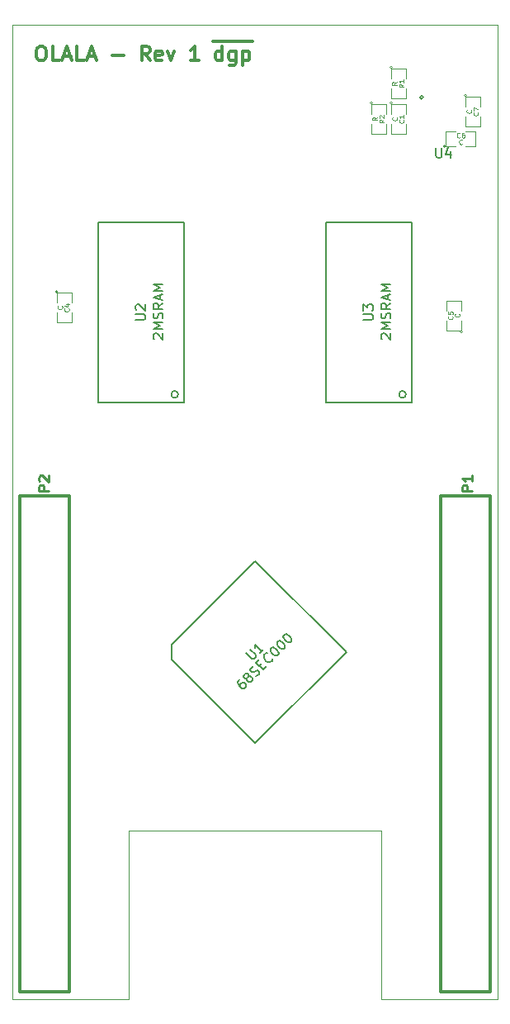
<source format=gto>
G04 (created by PCBNEW (25-Oct-2014 BZR 4029)-stable) date Fri 12 Jun 2015 01:26:50 JST*
%MOIN*%
G04 Gerber Fmt 3.4, Leading zero omitted, Abs format*
%FSLAX34Y34*%
G01*
G70*
G90*
G04 APERTURE LIST*
%ADD10C,0.00590551*%
%ADD11C,0.011811*%
%ADD12C,0.00393701*%
%ADD13C,0.012*%
%ADD14C,0.0039*%
%ADD15C,0.01*%
%ADD16C,0.0108*%
%ADD17C,0.0043*%
G04 APERTURE END LIST*
G54D10*
G54D11*
X31704Y-12561D02*
X31816Y-12561D01*
X31872Y-12589D01*
X31929Y-12646D01*
X31957Y-12758D01*
X31957Y-12955D01*
X31929Y-13068D01*
X31872Y-13124D01*
X31816Y-13152D01*
X31704Y-13152D01*
X31647Y-13124D01*
X31591Y-13068D01*
X31563Y-12955D01*
X31563Y-12758D01*
X31591Y-12646D01*
X31647Y-12589D01*
X31704Y-12561D01*
X32491Y-13152D02*
X32210Y-13152D01*
X32210Y-12561D01*
X32660Y-12983D02*
X32941Y-12983D01*
X32604Y-13152D02*
X32800Y-12561D01*
X32997Y-13152D01*
X33475Y-13152D02*
X33194Y-13152D01*
X33194Y-12561D01*
X33644Y-12983D02*
X33925Y-12983D01*
X33588Y-13152D02*
X33785Y-12561D01*
X33982Y-13152D01*
X34628Y-12927D02*
X35078Y-12927D01*
X36147Y-13152D02*
X35950Y-12871D01*
X35809Y-13152D02*
X35809Y-12561D01*
X36034Y-12561D01*
X36091Y-12589D01*
X36119Y-12618D01*
X36147Y-12674D01*
X36147Y-12758D01*
X36119Y-12814D01*
X36091Y-12843D01*
X36034Y-12871D01*
X35809Y-12871D01*
X36625Y-13124D02*
X36569Y-13152D01*
X36456Y-13152D01*
X36400Y-13124D01*
X36372Y-13068D01*
X36372Y-12843D01*
X36400Y-12786D01*
X36456Y-12758D01*
X36569Y-12758D01*
X36625Y-12786D01*
X36653Y-12843D01*
X36653Y-12899D01*
X36372Y-12955D01*
X36850Y-12758D02*
X36991Y-13152D01*
X37131Y-12758D01*
X38115Y-13152D02*
X37778Y-13152D01*
X37947Y-13152D02*
X37947Y-12561D01*
X37890Y-12646D01*
X37834Y-12702D01*
X37778Y-12730D01*
X39071Y-13152D02*
X39071Y-12561D01*
X39071Y-13124D02*
X39015Y-13152D01*
X38903Y-13152D01*
X38847Y-13124D01*
X38818Y-13096D01*
X38790Y-13039D01*
X38790Y-12871D01*
X38818Y-12814D01*
X38847Y-12786D01*
X38903Y-12758D01*
X39015Y-12758D01*
X39071Y-12786D01*
X39606Y-12758D02*
X39606Y-13236D01*
X39578Y-13293D01*
X39550Y-13321D01*
X39493Y-13349D01*
X39409Y-13349D01*
X39353Y-13321D01*
X39606Y-13124D02*
X39550Y-13152D01*
X39437Y-13152D01*
X39381Y-13124D01*
X39353Y-13096D01*
X39325Y-13039D01*
X39325Y-12871D01*
X39353Y-12814D01*
X39381Y-12786D01*
X39437Y-12758D01*
X39550Y-12758D01*
X39606Y-12786D01*
X39887Y-12758D02*
X39887Y-13349D01*
X39887Y-12786D02*
X39943Y-12758D01*
X40056Y-12758D01*
X40112Y-12786D01*
X40140Y-12814D01*
X40168Y-12871D01*
X40168Y-13039D01*
X40140Y-13096D01*
X40112Y-13124D01*
X40056Y-13152D01*
X39943Y-13152D01*
X39887Y-13124D01*
X38678Y-12381D02*
X40281Y-12381D01*
G54D12*
X30600Y-11700D02*
X50200Y-11700D01*
X30600Y-51000D02*
X35300Y-51000D01*
X45500Y-51000D02*
X50200Y-51000D01*
X35300Y-44200D02*
X45500Y-44200D01*
X35300Y-44200D02*
X35300Y-51000D01*
X45500Y-44200D02*
X45500Y-51000D01*
X30600Y-51000D02*
X30600Y-11700D01*
X50200Y-51000D02*
X50200Y-11700D01*
G54D13*
X47900Y-50700D02*
X47900Y-30700D01*
X49900Y-50700D02*
X49900Y-30700D01*
X49900Y-50700D02*
X47900Y-50700D01*
X49900Y-30700D02*
X47900Y-30700D01*
X32900Y-30700D02*
X32900Y-50700D01*
X30900Y-30700D02*
X30900Y-50700D01*
X30900Y-30700D02*
X32900Y-30700D01*
X30900Y-50700D02*
X32900Y-50700D01*
G54D10*
X37031Y-36693D02*
X37031Y-37306D01*
X37031Y-36693D02*
X40400Y-33325D01*
X40400Y-33325D02*
X44074Y-37000D01*
X44074Y-37000D02*
X40400Y-40674D01*
X40400Y-40674D02*
X37031Y-37306D01*
G54D14*
X32427Y-22460D02*
G75*
G03X32427Y-22460I-50J0D01*
G74*
G01*
X32377Y-22910D02*
X32377Y-22510D01*
X32377Y-22510D02*
X32977Y-22510D01*
X32977Y-22510D02*
X32977Y-22910D01*
X32977Y-23310D02*
X32977Y-23710D01*
X32977Y-23710D02*
X32377Y-23710D01*
X32377Y-23710D02*
X32377Y-23310D01*
X48775Y-24075D02*
G75*
G03X48775Y-24075I-50J0D01*
G74*
G01*
X48725Y-23625D02*
X48725Y-24025D01*
X48725Y-24025D02*
X48125Y-24025D01*
X48125Y-24025D02*
X48125Y-23625D01*
X48125Y-23225D02*
X48125Y-22825D01*
X48125Y-22825D02*
X48725Y-22825D01*
X48725Y-22825D02*
X48725Y-23225D01*
X45950Y-13424D02*
G75*
G03X45950Y-13424I-50J0D01*
G74*
G01*
X45900Y-13874D02*
X45900Y-13474D01*
X45900Y-13474D02*
X46500Y-13474D01*
X46500Y-13474D02*
X46500Y-13874D01*
X46500Y-14274D02*
X46500Y-14674D01*
X46500Y-14674D02*
X45900Y-14674D01*
X45900Y-14674D02*
X45900Y-14274D01*
X45150Y-14850D02*
G75*
G03X45150Y-14850I-50J0D01*
G74*
G01*
X45100Y-15300D02*
X45100Y-14900D01*
X45100Y-14900D02*
X45700Y-14900D01*
X45700Y-14900D02*
X45700Y-15300D01*
X45700Y-15700D02*
X45700Y-16100D01*
X45700Y-16100D02*
X45100Y-16100D01*
X45100Y-16100D02*
X45100Y-15700D01*
X45950Y-14850D02*
G75*
G03X45950Y-14850I-50J0D01*
G74*
G01*
X45900Y-15300D02*
X45900Y-14900D01*
X45900Y-14900D02*
X46500Y-14900D01*
X46500Y-14900D02*
X46500Y-15300D01*
X46500Y-15700D02*
X46500Y-16100D01*
X46500Y-16100D02*
X45900Y-16100D01*
X45900Y-16100D02*
X45900Y-15700D01*
X48100Y-16600D02*
G75*
G03X48100Y-16600I-50J0D01*
G74*
G01*
X48500Y-16600D02*
X48100Y-16600D01*
X48100Y-16600D02*
X48100Y-16000D01*
X48100Y-16000D02*
X48500Y-16000D01*
X48900Y-16000D02*
X49300Y-16000D01*
X49300Y-16000D02*
X49300Y-16600D01*
X49300Y-16600D02*
X48900Y-16600D01*
G54D10*
X47183Y-14630D02*
G75*
G03X47183Y-14630I-70J0D01*
G74*
G01*
G54D14*
X48950Y-14550D02*
G75*
G03X48950Y-14550I-50J0D01*
G74*
G01*
X48900Y-15000D02*
X48900Y-14600D01*
X48900Y-14600D02*
X49500Y-14600D01*
X49500Y-14600D02*
X49500Y-15000D01*
X49500Y-15400D02*
X49500Y-15800D01*
X49500Y-15800D02*
X48900Y-15800D01*
X48900Y-15800D02*
X48900Y-15400D01*
G54D10*
X43267Y-19677D02*
X46732Y-19677D01*
X43267Y-26922D02*
X46732Y-26922D01*
X46732Y-26922D02*
X46732Y-19677D01*
X43267Y-19677D02*
X43267Y-26922D01*
X46488Y-26607D02*
G75*
G03X46488Y-26607I-141J0D01*
G74*
G01*
X34067Y-19677D02*
X37532Y-19677D01*
X34067Y-26922D02*
X37532Y-26922D01*
X37532Y-26922D02*
X37532Y-19677D01*
X34067Y-19677D02*
X34067Y-26922D01*
X37288Y-26607D02*
G75*
G03X37288Y-26607I-141J0D01*
G74*
G01*
G54D15*
X49161Y-30495D02*
X48761Y-30495D01*
X48761Y-30342D01*
X48780Y-30304D01*
X48800Y-30285D01*
X48838Y-30266D01*
X48895Y-30266D01*
X48933Y-30285D01*
X48952Y-30304D01*
X48971Y-30342D01*
X48971Y-30495D01*
X49161Y-29885D02*
X49161Y-30114D01*
X49161Y-29999D02*
X48761Y-29999D01*
X48819Y-30038D01*
X48857Y-30076D01*
X48876Y-30114D01*
G54D16*
G54D15*
X32061Y-30495D02*
X31661Y-30495D01*
X31661Y-30342D01*
X31680Y-30304D01*
X31700Y-30285D01*
X31738Y-30266D01*
X31795Y-30266D01*
X31833Y-30285D01*
X31852Y-30304D01*
X31871Y-30342D01*
X31871Y-30495D01*
X31700Y-30114D02*
X31680Y-30095D01*
X31661Y-30057D01*
X31661Y-29961D01*
X31680Y-29923D01*
X31700Y-29904D01*
X31738Y-29885D01*
X31776Y-29885D01*
X31833Y-29904D01*
X32061Y-30133D01*
X32061Y-29885D01*
G54D16*
G54D10*
X40022Y-37046D02*
X40247Y-37271D01*
X40287Y-37285D01*
X40313Y-37285D01*
X40353Y-37271D01*
X40406Y-37218D01*
X40419Y-37178D01*
X40419Y-37152D01*
X40406Y-37112D01*
X40181Y-36887D01*
X40738Y-36887D02*
X40578Y-37046D01*
X40658Y-36966D02*
X40380Y-36688D01*
X40393Y-36754D01*
X40393Y-36807D01*
X40380Y-36847D01*
X39763Y-38112D02*
X39709Y-38165D01*
X39696Y-38205D01*
X39696Y-38232D01*
X39709Y-38298D01*
X39749Y-38364D01*
X39855Y-38470D01*
X39895Y-38484D01*
X39922Y-38484D01*
X39961Y-38470D01*
X40014Y-38417D01*
X40028Y-38378D01*
X40028Y-38351D01*
X40014Y-38311D01*
X39948Y-38245D01*
X39908Y-38232D01*
X39882Y-38232D01*
X39842Y-38245D01*
X39789Y-38298D01*
X39776Y-38338D01*
X39776Y-38364D01*
X39789Y-38404D01*
X40067Y-38046D02*
X40028Y-38059D01*
X40001Y-38059D01*
X39961Y-38046D01*
X39948Y-38033D01*
X39935Y-37993D01*
X39935Y-37967D01*
X39948Y-37927D01*
X40001Y-37874D01*
X40041Y-37861D01*
X40067Y-37861D01*
X40107Y-37874D01*
X40120Y-37887D01*
X40134Y-37927D01*
X40134Y-37953D01*
X40120Y-37993D01*
X40067Y-38046D01*
X40054Y-38086D01*
X40054Y-38112D01*
X40067Y-38152D01*
X40120Y-38205D01*
X40160Y-38218D01*
X40187Y-38218D01*
X40227Y-38205D01*
X40280Y-38152D01*
X40293Y-38112D01*
X40293Y-38086D01*
X40280Y-38046D01*
X40227Y-37993D01*
X40187Y-37980D01*
X40160Y-37980D01*
X40120Y-37993D01*
X40425Y-37980D02*
X40478Y-37953D01*
X40545Y-37887D01*
X40558Y-37847D01*
X40558Y-37821D01*
X40545Y-37781D01*
X40518Y-37754D01*
X40478Y-37741D01*
X40452Y-37741D01*
X40412Y-37754D01*
X40346Y-37794D01*
X40306Y-37807D01*
X40280Y-37807D01*
X40240Y-37794D01*
X40213Y-37768D01*
X40200Y-37728D01*
X40200Y-37701D01*
X40213Y-37662D01*
X40280Y-37595D01*
X40333Y-37569D01*
X40571Y-37569D02*
X40664Y-37476D01*
X40850Y-37582D02*
X40717Y-37715D01*
X40439Y-37436D01*
X40571Y-37304D01*
X41101Y-37277D02*
X41101Y-37304D01*
X41075Y-37357D01*
X41048Y-37383D01*
X40995Y-37410D01*
X40942Y-37410D01*
X40903Y-37397D01*
X40836Y-37357D01*
X40797Y-37317D01*
X40757Y-37251D01*
X40744Y-37211D01*
X40744Y-37158D01*
X40770Y-37105D01*
X40797Y-37078D01*
X40850Y-37052D01*
X40876Y-37052D01*
X41022Y-36853D02*
X41048Y-36827D01*
X41088Y-36813D01*
X41115Y-36813D01*
X41154Y-36827D01*
X41221Y-36866D01*
X41287Y-36933D01*
X41327Y-36999D01*
X41340Y-37039D01*
X41340Y-37065D01*
X41327Y-37105D01*
X41300Y-37131D01*
X41261Y-37145D01*
X41234Y-37145D01*
X41194Y-37131D01*
X41128Y-37092D01*
X41062Y-37025D01*
X41022Y-36959D01*
X41009Y-36919D01*
X41009Y-36893D01*
X41022Y-36853D01*
X41287Y-36588D02*
X41314Y-36561D01*
X41353Y-36548D01*
X41380Y-36548D01*
X41420Y-36561D01*
X41486Y-36601D01*
X41552Y-36667D01*
X41592Y-36734D01*
X41605Y-36773D01*
X41605Y-36800D01*
X41592Y-36840D01*
X41565Y-36866D01*
X41526Y-36880D01*
X41499Y-36880D01*
X41459Y-36866D01*
X41393Y-36827D01*
X41327Y-36760D01*
X41287Y-36694D01*
X41274Y-36654D01*
X41274Y-36628D01*
X41287Y-36588D01*
X41552Y-36323D02*
X41579Y-36296D01*
X41618Y-36283D01*
X41645Y-36283D01*
X41685Y-36296D01*
X41751Y-36336D01*
X41817Y-36402D01*
X41857Y-36469D01*
X41870Y-36508D01*
X41870Y-36535D01*
X41857Y-36575D01*
X41831Y-36601D01*
X41791Y-36614D01*
X41764Y-36614D01*
X41724Y-36601D01*
X41658Y-36561D01*
X41592Y-36495D01*
X41552Y-36429D01*
X41539Y-36389D01*
X41539Y-36363D01*
X41552Y-36323D01*
G54D17*
X32863Y-23143D02*
X32872Y-23152D01*
X32881Y-23180D01*
X32881Y-23199D01*
X32872Y-23227D01*
X32853Y-23246D01*
X32834Y-23255D01*
X32797Y-23265D01*
X32769Y-23265D01*
X32731Y-23255D01*
X32713Y-23246D01*
X32694Y-23227D01*
X32684Y-23199D01*
X32684Y-23180D01*
X32694Y-23152D01*
X32703Y-23143D01*
X32750Y-22974D02*
X32881Y-22974D01*
X32675Y-23021D02*
X32816Y-23068D01*
X32816Y-22946D01*
X32588Y-23049D02*
X32597Y-23058D01*
X32606Y-23086D01*
X32606Y-23105D01*
X32597Y-23133D01*
X32578Y-23152D01*
X32559Y-23161D01*
X32522Y-23171D01*
X32494Y-23171D01*
X32456Y-23161D01*
X32438Y-23152D01*
X32419Y-23133D01*
X32409Y-23105D01*
X32409Y-23086D01*
X32419Y-23058D01*
X32428Y-23049D01*
X48361Y-23458D02*
X48370Y-23467D01*
X48379Y-23495D01*
X48379Y-23514D01*
X48370Y-23542D01*
X48351Y-23561D01*
X48333Y-23570D01*
X48295Y-23579D01*
X48267Y-23579D01*
X48229Y-23570D01*
X48211Y-23561D01*
X48192Y-23542D01*
X48182Y-23514D01*
X48182Y-23495D01*
X48192Y-23467D01*
X48201Y-23458D01*
X48182Y-23279D02*
X48182Y-23373D01*
X48276Y-23382D01*
X48267Y-23373D01*
X48257Y-23354D01*
X48257Y-23307D01*
X48267Y-23289D01*
X48276Y-23279D01*
X48295Y-23270D01*
X48342Y-23270D01*
X48361Y-23279D01*
X48370Y-23289D01*
X48379Y-23307D01*
X48379Y-23354D01*
X48370Y-23373D01*
X48361Y-23382D01*
X48636Y-23364D02*
X48645Y-23373D01*
X48654Y-23401D01*
X48654Y-23420D01*
X48645Y-23448D01*
X48626Y-23467D01*
X48608Y-23476D01*
X48570Y-23486D01*
X48542Y-23486D01*
X48504Y-23476D01*
X48486Y-23467D01*
X48467Y-23448D01*
X48457Y-23420D01*
X48457Y-23401D01*
X48467Y-23373D01*
X48476Y-23364D01*
X46405Y-14107D02*
X46311Y-14173D01*
X46405Y-14220D02*
X46208Y-14220D01*
X46208Y-14145D01*
X46217Y-14126D01*
X46227Y-14117D01*
X46246Y-14107D01*
X46274Y-14107D01*
X46292Y-14117D01*
X46302Y-14126D01*
X46311Y-14145D01*
X46311Y-14220D01*
X46405Y-13920D02*
X46405Y-14032D01*
X46405Y-13976D02*
X46208Y-13976D01*
X46236Y-13995D01*
X46255Y-14013D01*
X46264Y-14032D01*
X46130Y-14013D02*
X46036Y-14079D01*
X46130Y-14126D02*
X45933Y-14126D01*
X45933Y-14051D01*
X45942Y-14032D01*
X45952Y-14023D01*
X45971Y-14013D01*
X45999Y-14013D01*
X46017Y-14023D01*
X46027Y-14032D01*
X46036Y-14051D01*
X46036Y-14126D01*
X45604Y-15532D02*
X45510Y-15598D01*
X45604Y-15645D02*
X45407Y-15645D01*
X45407Y-15570D01*
X45417Y-15551D01*
X45426Y-15542D01*
X45445Y-15532D01*
X45473Y-15532D01*
X45492Y-15542D01*
X45501Y-15551D01*
X45510Y-15570D01*
X45510Y-15645D01*
X45426Y-15457D02*
X45417Y-15448D01*
X45407Y-15429D01*
X45407Y-15382D01*
X45417Y-15363D01*
X45426Y-15354D01*
X45445Y-15345D01*
X45464Y-15345D01*
X45492Y-15354D01*
X45604Y-15467D01*
X45604Y-15345D01*
X45329Y-15439D02*
X45235Y-15504D01*
X45329Y-15551D02*
X45132Y-15551D01*
X45132Y-15476D01*
X45142Y-15457D01*
X45151Y-15448D01*
X45170Y-15439D01*
X45198Y-15439D01*
X45217Y-15448D01*
X45226Y-15457D01*
X45235Y-15476D01*
X45235Y-15551D01*
X46385Y-15532D02*
X46395Y-15542D01*
X46404Y-15570D01*
X46404Y-15589D01*
X46395Y-15617D01*
X46376Y-15636D01*
X46357Y-15645D01*
X46320Y-15654D01*
X46292Y-15654D01*
X46254Y-15645D01*
X46235Y-15636D01*
X46217Y-15617D01*
X46207Y-15589D01*
X46207Y-15570D01*
X46217Y-15542D01*
X46226Y-15532D01*
X46404Y-15345D02*
X46404Y-15457D01*
X46404Y-15401D02*
X46207Y-15401D01*
X46235Y-15420D01*
X46254Y-15439D01*
X46264Y-15457D01*
X46110Y-15439D02*
X46120Y-15448D01*
X46129Y-15476D01*
X46129Y-15495D01*
X46120Y-15523D01*
X46101Y-15542D01*
X46082Y-15551D01*
X46045Y-15560D01*
X46017Y-15560D01*
X45979Y-15551D01*
X45960Y-15542D01*
X45942Y-15523D01*
X45932Y-15495D01*
X45932Y-15476D01*
X45942Y-15448D01*
X45951Y-15439D01*
X48667Y-16235D02*
X48657Y-16245D01*
X48629Y-16254D01*
X48610Y-16254D01*
X48582Y-16245D01*
X48563Y-16226D01*
X48554Y-16207D01*
X48545Y-16170D01*
X48545Y-16142D01*
X48554Y-16104D01*
X48563Y-16085D01*
X48582Y-16067D01*
X48610Y-16057D01*
X48629Y-16057D01*
X48657Y-16067D01*
X48667Y-16076D01*
X48836Y-16057D02*
X48798Y-16057D01*
X48779Y-16067D01*
X48770Y-16076D01*
X48751Y-16104D01*
X48742Y-16142D01*
X48742Y-16217D01*
X48751Y-16235D01*
X48760Y-16245D01*
X48779Y-16254D01*
X48817Y-16254D01*
X48836Y-16245D01*
X48845Y-16235D01*
X48854Y-16217D01*
X48854Y-16170D01*
X48845Y-16151D01*
X48836Y-16142D01*
X48817Y-16132D01*
X48779Y-16132D01*
X48760Y-16142D01*
X48751Y-16151D01*
X48742Y-16170D01*
X48760Y-16510D02*
X48751Y-16520D01*
X48723Y-16529D01*
X48704Y-16529D01*
X48676Y-16520D01*
X48657Y-16501D01*
X48648Y-16482D01*
X48639Y-16445D01*
X48639Y-16417D01*
X48648Y-16379D01*
X48657Y-16360D01*
X48676Y-16342D01*
X48704Y-16332D01*
X48723Y-16332D01*
X48751Y-16342D01*
X48760Y-16351D01*
G54D10*
X47700Y-16665D02*
X47700Y-16984D01*
X47718Y-17021D01*
X47737Y-17040D01*
X47775Y-17059D01*
X47850Y-17059D01*
X47887Y-17040D01*
X47906Y-17021D01*
X47925Y-16984D01*
X47925Y-16665D01*
X48281Y-16796D02*
X48281Y-17059D01*
X48187Y-16646D02*
X48093Y-16928D01*
X48337Y-16928D01*
G54D17*
X49385Y-15232D02*
X49395Y-15242D01*
X49404Y-15270D01*
X49404Y-15289D01*
X49395Y-15317D01*
X49376Y-15336D01*
X49357Y-15345D01*
X49320Y-15354D01*
X49292Y-15354D01*
X49254Y-15345D01*
X49235Y-15336D01*
X49217Y-15317D01*
X49207Y-15289D01*
X49207Y-15270D01*
X49217Y-15242D01*
X49226Y-15232D01*
X49207Y-15167D02*
X49207Y-15035D01*
X49404Y-15120D01*
X49110Y-15139D02*
X49120Y-15148D01*
X49129Y-15176D01*
X49129Y-15195D01*
X49120Y-15223D01*
X49101Y-15242D01*
X49082Y-15251D01*
X49045Y-15260D01*
X49017Y-15260D01*
X48979Y-15251D01*
X48960Y-15242D01*
X48942Y-15223D01*
X48932Y-15195D01*
X48932Y-15176D01*
X48942Y-15148D01*
X48951Y-15139D01*
G54D10*
X44765Y-23599D02*
X45084Y-23599D01*
X45121Y-23581D01*
X45140Y-23562D01*
X45159Y-23524D01*
X45159Y-23449D01*
X45140Y-23412D01*
X45121Y-23393D01*
X45084Y-23374D01*
X44765Y-23374D01*
X44765Y-23225D02*
X44765Y-22981D01*
X44915Y-23112D01*
X44915Y-23056D01*
X44934Y-23018D01*
X44953Y-23000D01*
X44990Y-22981D01*
X45084Y-22981D01*
X45121Y-23000D01*
X45140Y-23018D01*
X45159Y-23056D01*
X45159Y-23168D01*
X45140Y-23206D01*
X45121Y-23225D01*
X45511Y-24376D02*
X45493Y-24357D01*
X45474Y-24319D01*
X45474Y-24226D01*
X45493Y-24188D01*
X45511Y-24169D01*
X45549Y-24151D01*
X45586Y-24151D01*
X45643Y-24169D01*
X45868Y-24394D01*
X45868Y-24151D01*
X45868Y-23982D02*
X45474Y-23982D01*
X45755Y-23851D01*
X45474Y-23719D01*
X45868Y-23719D01*
X45849Y-23551D02*
X45868Y-23494D01*
X45868Y-23401D01*
X45849Y-23363D01*
X45830Y-23344D01*
X45793Y-23326D01*
X45755Y-23326D01*
X45718Y-23344D01*
X45699Y-23363D01*
X45680Y-23401D01*
X45661Y-23476D01*
X45643Y-23513D01*
X45624Y-23532D01*
X45586Y-23551D01*
X45549Y-23551D01*
X45511Y-23532D01*
X45493Y-23513D01*
X45474Y-23476D01*
X45474Y-23382D01*
X45493Y-23326D01*
X45868Y-22932D02*
X45680Y-23063D01*
X45868Y-23157D02*
X45474Y-23157D01*
X45474Y-23007D01*
X45493Y-22970D01*
X45511Y-22951D01*
X45549Y-22932D01*
X45605Y-22932D01*
X45643Y-22951D01*
X45661Y-22970D01*
X45680Y-23007D01*
X45680Y-23157D01*
X45755Y-22782D02*
X45755Y-22595D01*
X45868Y-22820D02*
X45474Y-22688D01*
X45868Y-22557D01*
X45868Y-22426D02*
X45474Y-22426D01*
X45755Y-22295D01*
X45474Y-22163D01*
X45868Y-22163D01*
X35565Y-23599D02*
X35884Y-23599D01*
X35921Y-23581D01*
X35940Y-23562D01*
X35959Y-23524D01*
X35959Y-23449D01*
X35940Y-23412D01*
X35921Y-23393D01*
X35884Y-23374D01*
X35565Y-23374D01*
X35603Y-23206D02*
X35584Y-23187D01*
X35565Y-23150D01*
X35565Y-23056D01*
X35584Y-23018D01*
X35603Y-23000D01*
X35640Y-22981D01*
X35678Y-22981D01*
X35734Y-23000D01*
X35959Y-23225D01*
X35959Y-22981D01*
X36311Y-24376D02*
X36293Y-24357D01*
X36274Y-24319D01*
X36274Y-24226D01*
X36293Y-24188D01*
X36311Y-24169D01*
X36349Y-24151D01*
X36386Y-24151D01*
X36443Y-24169D01*
X36668Y-24394D01*
X36668Y-24151D01*
X36668Y-23982D02*
X36274Y-23982D01*
X36555Y-23851D01*
X36274Y-23719D01*
X36668Y-23719D01*
X36649Y-23551D02*
X36668Y-23494D01*
X36668Y-23401D01*
X36649Y-23363D01*
X36630Y-23344D01*
X36593Y-23326D01*
X36555Y-23326D01*
X36518Y-23344D01*
X36499Y-23363D01*
X36480Y-23401D01*
X36461Y-23476D01*
X36443Y-23513D01*
X36424Y-23532D01*
X36386Y-23551D01*
X36349Y-23551D01*
X36311Y-23532D01*
X36293Y-23513D01*
X36274Y-23476D01*
X36274Y-23382D01*
X36293Y-23326D01*
X36668Y-22932D02*
X36480Y-23063D01*
X36668Y-23157D02*
X36274Y-23157D01*
X36274Y-23007D01*
X36293Y-22970D01*
X36311Y-22951D01*
X36349Y-22932D01*
X36405Y-22932D01*
X36443Y-22951D01*
X36461Y-22970D01*
X36480Y-23007D01*
X36480Y-23157D01*
X36555Y-22782D02*
X36555Y-22595D01*
X36668Y-22820D02*
X36274Y-22688D01*
X36668Y-22557D01*
X36668Y-22426D02*
X36274Y-22426D01*
X36555Y-22295D01*
X36274Y-22163D01*
X36668Y-22163D01*
M02*

</source>
